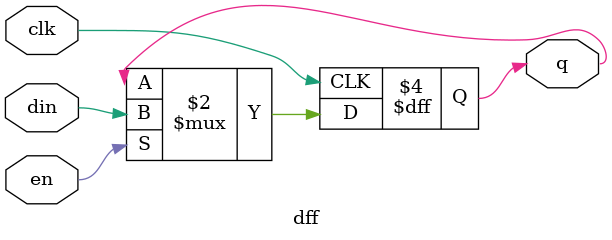
<source format=v>
/*
 * @Author: TheWindISeek FAIZ030612@163.com
 * @Date: 2023-05-09 19:12:06
 * @LastEditors: TheWindISeek FAIZ030612@163.com
 * @LastEditTime: 2023-05-09 19:19:00
 * @FilePath: \VerilogProject\src\Examples\D copy2.v
 * @Description: 带使能端的D触发器
 */

module dff (
    input       clk,
    input       en,
    input       din,
    output reg  q
);
always @(posedge clk) begin
    if(en) 
    begin
        q <= din;
    end
end

endmodule
</source>
